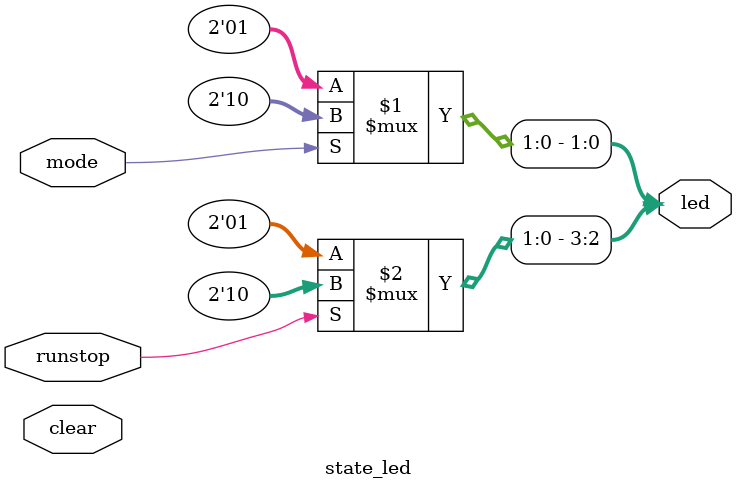
<source format=sv>
`timescale 1ns / 1ps

module UpDownCounter (
    input  logic        clk,
    input  logic        reset,
    input  logic        sw_mode,
    input  logic        btn_L,
    input  logic        btn_R,
    output logic [ 3:0] led,
    output logic [13:0] count
);

    logic tick_10hz;
    logic runstop, clear;
    logic state;

    clk_div_10hz U_CLK_DIV_10HZ (
        .clk      (clk),
        .reset    (reset),
        .tick_10hz(tick_10hz)
    );

    up_down_counter U_UP_DOWN_COUNTER (
        .clk  (clk),
        .reset(reset),
        .tick (tick_10hz & runstop),
        .mode (sw_mode),
        .clear(clear),
        .toggle_state(state),
        .count(count)
    );

    cu U_CU (
        .clk    (clk),
        .reset  (reset),
        .btn_L  (btn_L),
        .btn_R  (btn_R),
        .runstop(runstop),
        .clear  (clear)
    );

    state_led U_state_led (
        .runstop(runstop),
        .clear(clear),
        .mode(state),
        .led(led)
    );

endmodule


module clk_div_10hz (
    input  logic clk,
    input  logic reset,
    output logic tick_10hz
);

    //logic [23:0] div_counter;
    logic [$clog2(10_000_000)-1:0] div_counter;

    always_ff @(posedge clk, posedge reset) begin
        if (reset) begin
            div_counter <= 0;
            tick_10hz   <= 1'b0;
        end else begin
            if (div_counter == 10_000_000 - 1) begin
                div_counter <= 0;
                tick_10hz   <= 1'b1;
            end else begin
                div_counter <= div_counter + 1;
                tick_10hz   <= 1'b0;
            end
        end
    end

endmodule


module up_down_counter (
    input  logic        clk,
    input  logic        reset,
    input  logic        tick,
    input  logic        mode,
    input  logic        clear,
    output logic        toggle_state,
    output logic [13:0] count
);

    always_ff @(posedge clk or posedge reset) begin
        if (reset) begin
            toggle_state <= 0;
        end else begin
            if (mode) begin
                toggle_state <= ~toggle_state;
            end
        end
    end

    always_ff @(posedge clk, posedge reset) begin
        if (reset | clear) begin
            count <= 0;
        end else begin
            if (toggle_state == 1'b0) begin  // up counter
                if (tick) begin
                    if (count == 9999) begin
                        count <= 0;
                    end else begin
                        count <= count + 1;
                    end
                end
            end else begin  // down counter
                if (tick) begin
                    if (count == 0) begin
                        count <= 9999;
                    end else begin
                        count <= count - 1;
                    end
                end
            end
        end
    end

endmodule


module cu (
    input  logic clk,
    input  logic reset,
    input  logic btn_L,
    input  logic btn_R,
    output logic runstop,
    output logic clear
);

    typedef enum {
        STOP,
        RUN,
        CLEAR
    } state_e;

    state_e state, next_state;

    always_ff @(posedge clk, posedge reset) begin
        if (reset) begin
            state <= STOP;
        end else begin
            state <= next_state;
        end
    end

    always_comb begin
        next_state = state;
        runstop = 0;
        clear = 0;

        case (state)
            STOP: begin
                runstop = 0;
                clear   = 0;
                if (btn_L) begin
                    next_state = CLEAR;
                end else if (btn_R) begin
                    next_state = RUN;
                end
            end
            CLEAR: begin
                clear = 1;
                if (btn_L) begin
                    next_state = STOP;
                end
            end
            RUN: begin
                runstop = 1;
                if (btn_R) begin
                    next_state = STOP;
                end
            end
        endcase
    end

endmodule


module state_led (
    input  logic       runstop,
    input  logic       clear,
    input  logic       mode,
    output logic [3:0] led
);  // (condition) ? true : false
    assign led[1:0] = mode ? 2'b10 : 2'b01;
    assign led[3:2] = runstop ? 2'b10 : 2'b01;

endmodule

</source>
